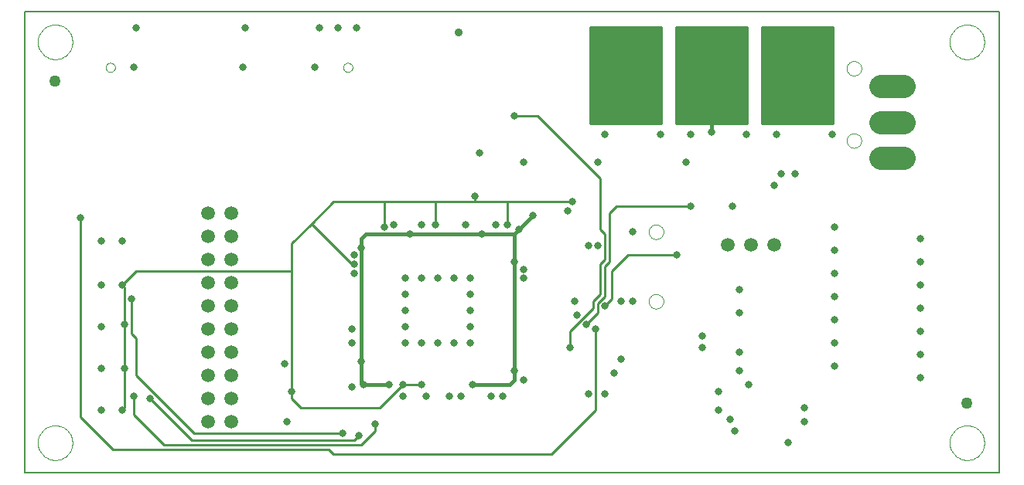
<source format=gbl>
G75*
%MOIN*%
%OFA0B0*%
%FSLAX24Y24*%
%IPPOS*%
%LPD*%
%AMOC8*
5,1,8,0,0,1.08239X$1,22.5*
%
%ADD10C,0.0000*%
%ADD11C,0.0050*%
%ADD12C,0.0591*%
%ADD13C,0.0500*%
%ADD14C,0.1005*%
%ADD15C,0.0317*%
%ADD16C,0.0356*%
%ADD17C,0.0100*%
%ADD18C,0.0160*%
D10*
X000702Y003000D02*
X000704Y003055D01*
X000710Y003109D01*
X000720Y003163D01*
X000734Y003215D01*
X000751Y003267D01*
X000773Y003317D01*
X000798Y003366D01*
X000826Y003413D01*
X000858Y003457D01*
X000893Y003499D01*
X000931Y003538D01*
X000972Y003575D01*
X001015Y003608D01*
X001060Y003638D01*
X001108Y003665D01*
X001157Y003688D01*
X001208Y003708D01*
X001261Y003724D01*
X001314Y003736D01*
X001368Y003744D01*
X001423Y003748D01*
X001477Y003748D01*
X001532Y003744D01*
X001586Y003736D01*
X001639Y003724D01*
X001692Y003708D01*
X001743Y003688D01*
X001792Y003665D01*
X001840Y003638D01*
X001885Y003608D01*
X001928Y003575D01*
X001969Y003538D01*
X002007Y003499D01*
X002042Y003457D01*
X002074Y003413D01*
X002102Y003366D01*
X002127Y003317D01*
X002149Y003267D01*
X002166Y003215D01*
X002180Y003163D01*
X002190Y003109D01*
X002196Y003055D01*
X002198Y003000D01*
X002196Y002945D01*
X002190Y002891D01*
X002180Y002837D01*
X002166Y002785D01*
X002149Y002733D01*
X002127Y002683D01*
X002102Y002634D01*
X002074Y002587D01*
X002042Y002543D01*
X002007Y002501D01*
X001969Y002462D01*
X001928Y002425D01*
X001885Y002392D01*
X001840Y002362D01*
X001792Y002335D01*
X001743Y002312D01*
X001692Y002292D01*
X001639Y002276D01*
X001586Y002264D01*
X001532Y002256D01*
X001477Y002252D01*
X001423Y002252D01*
X001368Y002256D01*
X001314Y002264D01*
X001261Y002276D01*
X001208Y002292D01*
X001157Y002312D01*
X001108Y002335D01*
X001060Y002362D01*
X001015Y002392D01*
X000972Y002425D01*
X000931Y002462D01*
X000893Y002501D01*
X000858Y002543D01*
X000826Y002587D01*
X000798Y002634D01*
X000773Y002683D01*
X000751Y002733D01*
X000734Y002785D01*
X000720Y002837D01*
X000710Y002891D01*
X000704Y002945D01*
X000702Y003000D01*
X027035Y009100D02*
X027037Y009135D01*
X027043Y009170D01*
X027053Y009204D01*
X027066Y009237D01*
X027083Y009268D01*
X027104Y009296D01*
X027127Y009323D01*
X027154Y009346D01*
X027182Y009367D01*
X027213Y009384D01*
X027246Y009397D01*
X027280Y009407D01*
X027315Y009413D01*
X027350Y009415D01*
X027385Y009413D01*
X027420Y009407D01*
X027454Y009397D01*
X027487Y009384D01*
X027518Y009367D01*
X027546Y009346D01*
X027573Y009323D01*
X027596Y009296D01*
X027617Y009268D01*
X027634Y009237D01*
X027647Y009204D01*
X027657Y009170D01*
X027663Y009135D01*
X027665Y009100D01*
X027663Y009065D01*
X027657Y009030D01*
X027647Y008996D01*
X027634Y008963D01*
X027617Y008932D01*
X027596Y008904D01*
X027573Y008877D01*
X027546Y008854D01*
X027518Y008833D01*
X027487Y008816D01*
X027454Y008803D01*
X027420Y008793D01*
X027385Y008787D01*
X027350Y008785D01*
X027315Y008787D01*
X027280Y008793D01*
X027246Y008803D01*
X027213Y008816D01*
X027182Y008833D01*
X027154Y008854D01*
X027127Y008877D01*
X027104Y008904D01*
X027083Y008932D01*
X027066Y008963D01*
X027053Y008996D01*
X027043Y009030D01*
X027037Y009065D01*
X027035Y009100D01*
X027035Y012100D02*
X027037Y012135D01*
X027043Y012170D01*
X027053Y012204D01*
X027066Y012237D01*
X027083Y012268D01*
X027104Y012296D01*
X027127Y012323D01*
X027154Y012346D01*
X027182Y012367D01*
X027213Y012384D01*
X027246Y012397D01*
X027280Y012407D01*
X027315Y012413D01*
X027350Y012415D01*
X027385Y012413D01*
X027420Y012407D01*
X027454Y012397D01*
X027487Y012384D01*
X027518Y012367D01*
X027546Y012346D01*
X027573Y012323D01*
X027596Y012296D01*
X027617Y012268D01*
X027634Y012237D01*
X027647Y012204D01*
X027657Y012170D01*
X027663Y012135D01*
X027665Y012100D01*
X027663Y012065D01*
X027657Y012030D01*
X027647Y011996D01*
X027634Y011963D01*
X027617Y011932D01*
X027596Y011904D01*
X027573Y011877D01*
X027546Y011854D01*
X027518Y011833D01*
X027487Y011816D01*
X027454Y011803D01*
X027420Y011793D01*
X027385Y011787D01*
X027350Y011785D01*
X027315Y011787D01*
X027280Y011793D01*
X027246Y011803D01*
X027213Y011816D01*
X027182Y011833D01*
X027154Y011854D01*
X027127Y011877D01*
X027104Y011904D01*
X027083Y011932D01*
X027066Y011963D01*
X027053Y011996D01*
X027043Y012030D01*
X027037Y012065D01*
X027035Y012100D01*
X035566Y016041D02*
X035568Y016076D01*
X035574Y016111D01*
X035584Y016145D01*
X035597Y016178D01*
X035614Y016209D01*
X035635Y016237D01*
X035658Y016264D01*
X035685Y016287D01*
X035713Y016308D01*
X035744Y016325D01*
X035777Y016338D01*
X035811Y016348D01*
X035846Y016354D01*
X035881Y016356D01*
X035916Y016354D01*
X035951Y016348D01*
X035985Y016338D01*
X036018Y016325D01*
X036049Y016308D01*
X036077Y016287D01*
X036104Y016264D01*
X036127Y016237D01*
X036148Y016209D01*
X036165Y016178D01*
X036178Y016145D01*
X036188Y016111D01*
X036194Y016076D01*
X036196Y016041D01*
X036194Y016006D01*
X036188Y015971D01*
X036178Y015937D01*
X036165Y015904D01*
X036148Y015873D01*
X036127Y015845D01*
X036104Y015818D01*
X036077Y015795D01*
X036049Y015774D01*
X036018Y015757D01*
X035985Y015744D01*
X035951Y015734D01*
X035916Y015728D01*
X035881Y015726D01*
X035846Y015728D01*
X035811Y015734D01*
X035777Y015744D01*
X035744Y015757D01*
X035713Y015774D01*
X035685Y015795D01*
X035658Y015818D01*
X035635Y015845D01*
X035614Y015873D01*
X035597Y015904D01*
X035584Y015937D01*
X035574Y015971D01*
X035568Y016006D01*
X035566Y016041D01*
X035566Y019159D02*
X035568Y019194D01*
X035574Y019229D01*
X035584Y019263D01*
X035597Y019296D01*
X035614Y019327D01*
X035635Y019355D01*
X035658Y019382D01*
X035685Y019405D01*
X035713Y019426D01*
X035744Y019443D01*
X035777Y019456D01*
X035811Y019466D01*
X035846Y019472D01*
X035881Y019474D01*
X035916Y019472D01*
X035951Y019466D01*
X035985Y019456D01*
X036018Y019443D01*
X036049Y019426D01*
X036077Y019405D01*
X036104Y019382D01*
X036127Y019355D01*
X036148Y019327D01*
X036165Y019296D01*
X036178Y019263D01*
X036188Y019229D01*
X036194Y019194D01*
X036196Y019159D01*
X036194Y019124D01*
X036188Y019089D01*
X036178Y019055D01*
X036165Y019022D01*
X036148Y018991D01*
X036127Y018963D01*
X036104Y018936D01*
X036077Y018913D01*
X036049Y018892D01*
X036018Y018875D01*
X035985Y018862D01*
X035951Y018852D01*
X035916Y018846D01*
X035881Y018844D01*
X035846Y018846D01*
X035811Y018852D01*
X035777Y018862D01*
X035744Y018875D01*
X035713Y018892D01*
X035685Y018913D01*
X035658Y018936D01*
X035635Y018963D01*
X035614Y018991D01*
X035597Y019022D01*
X035584Y019055D01*
X035574Y019089D01*
X035568Y019124D01*
X035566Y019159D01*
X040002Y020300D02*
X040004Y020355D01*
X040010Y020409D01*
X040020Y020463D01*
X040034Y020515D01*
X040051Y020567D01*
X040073Y020617D01*
X040098Y020666D01*
X040126Y020713D01*
X040158Y020757D01*
X040193Y020799D01*
X040231Y020838D01*
X040272Y020875D01*
X040315Y020908D01*
X040360Y020938D01*
X040408Y020965D01*
X040457Y020988D01*
X040508Y021008D01*
X040561Y021024D01*
X040614Y021036D01*
X040668Y021044D01*
X040723Y021048D01*
X040777Y021048D01*
X040832Y021044D01*
X040886Y021036D01*
X040939Y021024D01*
X040992Y021008D01*
X041043Y020988D01*
X041092Y020965D01*
X041140Y020938D01*
X041185Y020908D01*
X041228Y020875D01*
X041269Y020838D01*
X041307Y020799D01*
X041342Y020757D01*
X041374Y020713D01*
X041402Y020666D01*
X041427Y020617D01*
X041449Y020567D01*
X041466Y020515D01*
X041480Y020463D01*
X041490Y020409D01*
X041496Y020355D01*
X041498Y020300D01*
X041496Y020245D01*
X041490Y020191D01*
X041480Y020137D01*
X041466Y020085D01*
X041449Y020033D01*
X041427Y019983D01*
X041402Y019934D01*
X041374Y019887D01*
X041342Y019843D01*
X041307Y019801D01*
X041269Y019762D01*
X041228Y019725D01*
X041185Y019692D01*
X041140Y019662D01*
X041092Y019635D01*
X041043Y019612D01*
X040992Y019592D01*
X040939Y019576D01*
X040886Y019564D01*
X040832Y019556D01*
X040777Y019552D01*
X040723Y019552D01*
X040668Y019556D01*
X040614Y019564D01*
X040561Y019576D01*
X040508Y019592D01*
X040457Y019612D01*
X040408Y019635D01*
X040360Y019662D01*
X040315Y019692D01*
X040272Y019725D01*
X040231Y019762D01*
X040193Y019801D01*
X040158Y019843D01*
X040126Y019887D01*
X040098Y019934D01*
X040073Y019983D01*
X040051Y020033D01*
X040034Y020085D01*
X040020Y020137D01*
X040010Y020191D01*
X040004Y020245D01*
X040002Y020300D01*
X013871Y019200D02*
X013873Y019227D01*
X013879Y019254D01*
X013888Y019280D01*
X013901Y019304D01*
X013917Y019327D01*
X013936Y019346D01*
X013958Y019363D01*
X013982Y019377D01*
X014007Y019387D01*
X014034Y019394D01*
X014061Y019397D01*
X014089Y019396D01*
X014116Y019391D01*
X014142Y019383D01*
X014166Y019371D01*
X014189Y019355D01*
X014210Y019337D01*
X014227Y019316D01*
X014242Y019292D01*
X014253Y019267D01*
X014261Y019241D01*
X014265Y019214D01*
X014265Y019186D01*
X014261Y019159D01*
X014253Y019133D01*
X014242Y019108D01*
X014227Y019084D01*
X014210Y019063D01*
X014189Y019045D01*
X014167Y019029D01*
X014142Y019017D01*
X014116Y019009D01*
X014089Y019004D01*
X014061Y019003D01*
X014034Y019006D01*
X014007Y019013D01*
X013982Y019023D01*
X013958Y019037D01*
X013936Y019054D01*
X013917Y019073D01*
X013901Y019096D01*
X013888Y019120D01*
X013879Y019146D01*
X013873Y019173D01*
X013871Y019200D01*
X003635Y019200D02*
X003637Y019227D01*
X003643Y019254D01*
X003652Y019280D01*
X003665Y019304D01*
X003681Y019327D01*
X003700Y019346D01*
X003722Y019363D01*
X003746Y019377D01*
X003771Y019387D01*
X003798Y019394D01*
X003825Y019397D01*
X003853Y019396D01*
X003880Y019391D01*
X003906Y019383D01*
X003930Y019371D01*
X003953Y019355D01*
X003974Y019337D01*
X003991Y019316D01*
X004006Y019292D01*
X004017Y019267D01*
X004025Y019241D01*
X004029Y019214D01*
X004029Y019186D01*
X004025Y019159D01*
X004017Y019133D01*
X004006Y019108D01*
X003991Y019084D01*
X003974Y019063D01*
X003953Y019045D01*
X003931Y019029D01*
X003906Y019017D01*
X003880Y019009D01*
X003853Y019004D01*
X003825Y019003D01*
X003798Y019006D01*
X003771Y019013D01*
X003746Y019023D01*
X003722Y019037D01*
X003700Y019054D01*
X003681Y019073D01*
X003665Y019096D01*
X003652Y019120D01*
X003643Y019146D01*
X003637Y019173D01*
X003635Y019200D01*
X000702Y020300D02*
X000704Y020355D01*
X000710Y020409D01*
X000720Y020463D01*
X000734Y020515D01*
X000751Y020567D01*
X000773Y020617D01*
X000798Y020666D01*
X000826Y020713D01*
X000858Y020757D01*
X000893Y020799D01*
X000931Y020838D01*
X000972Y020875D01*
X001015Y020908D01*
X001060Y020938D01*
X001108Y020965D01*
X001157Y020988D01*
X001208Y021008D01*
X001261Y021024D01*
X001314Y021036D01*
X001368Y021044D01*
X001423Y021048D01*
X001477Y021048D01*
X001532Y021044D01*
X001586Y021036D01*
X001639Y021024D01*
X001692Y021008D01*
X001743Y020988D01*
X001792Y020965D01*
X001840Y020938D01*
X001885Y020908D01*
X001928Y020875D01*
X001969Y020838D01*
X002007Y020799D01*
X002042Y020757D01*
X002074Y020713D01*
X002102Y020666D01*
X002127Y020617D01*
X002149Y020567D01*
X002166Y020515D01*
X002180Y020463D01*
X002190Y020409D01*
X002196Y020355D01*
X002198Y020300D01*
X002196Y020245D01*
X002190Y020191D01*
X002180Y020137D01*
X002166Y020085D01*
X002149Y020033D01*
X002127Y019983D01*
X002102Y019934D01*
X002074Y019887D01*
X002042Y019843D01*
X002007Y019801D01*
X001969Y019762D01*
X001928Y019725D01*
X001885Y019692D01*
X001840Y019662D01*
X001792Y019635D01*
X001743Y019612D01*
X001692Y019592D01*
X001639Y019576D01*
X001586Y019564D01*
X001532Y019556D01*
X001477Y019552D01*
X001423Y019552D01*
X001368Y019556D01*
X001314Y019564D01*
X001261Y019576D01*
X001208Y019592D01*
X001157Y019612D01*
X001108Y019635D01*
X001060Y019662D01*
X001015Y019692D01*
X000972Y019725D01*
X000931Y019762D01*
X000893Y019801D01*
X000858Y019843D01*
X000826Y019887D01*
X000798Y019934D01*
X000773Y019983D01*
X000751Y020033D01*
X000734Y020085D01*
X000720Y020137D01*
X000710Y020191D01*
X000704Y020245D01*
X000702Y020300D01*
X040002Y003000D02*
X040004Y003055D01*
X040010Y003109D01*
X040020Y003163D01*
X040034Y003215D01*
X040051Y003267D01*
X040073Y003317D01*
X040098Y003366D01*
X040126Y003413D01*
X040158Y003457D01*
X040193Y003499D01*
X040231Y003538D01*
X040272Y003575D01*
X040315Y003608D01*
X040360Y003638D01*
X040408Y003665D01*
X040457Y003688D01*
X040508Y003708D01*
X040561Y003724D01*
X040614Y003736D01*
X040668Y003744D01*
X040723Y003748D01*
X040777Y003748D01*
X040832Y003744D01*
X040886Y003736D01*
X040939Y003724D01*
X040992Y003708D01*
X041043Y003688D01*
X041092Y003665D01*
X041140Y003638D01*
X041185Y003608D01*
X041228Y003575D01*
X041269Y003538D01*
X041307Y003499D01*
X041342Y003457D01*
X041374Y003413D01*
X041402Y003366D01*
X041427Y003317D01*
X041449Y003267D01*
X041466Y003215D01*
X041480Y003163D01*
X041490Y003109D01*
X041496Y003055D01*
X041498Y003000D01*
X041496Y002945D01*
X041490Y002891D01*
X041480Y002837D01*
X041466Y002785D01*
X041449Y002733D01*
X041427Y002683D01*
X041402Y002634D01*
X041374Y002587D01*
X041342Y002543D01*
X041307Y002501D01*
X041269Y002462D01*
X041228Y002425D01*
X041185Y002392D01*
X041140Y002362D01*
X041092Y002335D01*
X041043Y002312D01*
X040992Y002292D01*
X040939Y002276D01*
X040886Y002264D01*
X040832Y002256D01*
X040777Y002252D01*
X040723Y002252D01*
X040668Y002256D01*
X040614Y002264D01*
X040561Y002276D01*
X040508Y002292D01*
X040457Y002312D01*
X040408Y002335D01*
X040360Y002362D01*
X040315Y002392D01*
X040272Y002425D01*
X040231Y002462D01*
X040193Y002501D01*
X040158Y002543D01*
X040126Y002587D01*
X040098Y002634D01*
X040073Y002683D01*
X040051Y002733D01*
X040034Y002785D01*
X040020Y002837D01*
X040010Y002891D01*
X040004Y002945D01*
X040002Y003000D01*
D11*
X042150Y001700D02*
X000150Y001700D01*
X000150Y021600D01*
X042150Y021600D01*
X042150Y001700D01*
D12*
X032450Y011550D03*
X031450Y011550D03*
X030450Y011550D03*
X009050Y011900D03*
X008050Y011900D03*
X008050Y010900D03*
X009050Y010900D03*
X009050Y009900D03*
X008050Y009900D03*
X008050Y008900D03*
X009050Y008900D03*
X009050Y007900D03*
X008050Y007900D03*
X008050Y006900D03*
X009050Y006900D03*
X009050Y005900D03*
X008050Y005900D03*
X008050Y004900D03*
X009050Y004900D03*
X009050Y003900D03*
X008050Y003900D03*
X008050Y012900D03*
X009050Y012900D03*
D13*
X001450Y018600D03*
X040750Y004700D03*
D14*
X038053Y015261D02*
X037048Y015261D01*
X037048Y016820D02*
X038053Y016820D01*
X038053Y018380D02*
X037048Y018380D01*
D15*
X034650Y018600D03*
X034250Y018600D03*
X033850Y018600D03*
X033450Y018600D03*
X033050Y018600D03*
X032650Y018600D03*
X032250Y018600D03*
X032250Y019000D03*
X032250Y019400D03*
X032250Y019800D03*
X032250Y020300D03*
X032650Y020300D03*
X033050Y020300D03*
X033450Y020300D03*
X033850Y020300D03*
X034250Y020300D03*
X034650Y020300D03*
X034650Y019800D03*
X034650Y019400D03*
X034650Y019000D03*
X030950Y019000D03*
X030950Y018600D03*
X030550Y018600D03*
X030150Y018600D03*
X029750Y018600D03*
X029350Y018600D03*
X028950Y018600D03*
X028550Y018600D03*
X028550Y019000D03*
X028550Y019400D03*
X028550Y019800D03*
X028550Y020300D03*
X028950Y020300D03*
X029350Y020300D03*
X029750Y020300D03*
X030150Y020300D03*
X030550Y020300D03*
X030950Y020300D03*
X030950Y019800D03*
X030950Y019400D03*
X027250Y019400D03*
X027250Y019000D03*
X027250Y018600D03*
X026850Y018600D03*
X026450Y018600D03*
X026050Y018600D03*
X025650Y018600D03*
X025250Y018600D03*
X024850Y018600D03*
X024850Y019000D03*
X024850Y019400D03*
X024850Y019800D03*
X024850Y020300D03*
X025250Y020300D03*
X025650Y020300D03*
X026050Y020300D03*
X026450Y020300D03*
X026850Y020300D03*
X027250Y020300D03*
X027250Y019800D03*
X021250Y017100D03*
X019750Y015500D03*
X021650Y015100D03*
X019550Y013650D03*
X019150Y012400D03*
X019850Y012000D03*
X020450Y012400D03*
X020950Y012400D03*
X021450Y012200D03*
X022050Y012800D03*
X023550Y013000D03*
X023750Y013400D03*
X026350Y012100D03*
X024850Y011500D03*
X024450Y011500D03*
X021650Y010490D03*
X021250Y010800D03*
X021650Y010100D03*
X023850Y009100D03*
X023950Y008500D03*
X024350Y008100D03*
X024750Y007900D03*
X025150Y008900D03*
X025850Y009100D03*
X026350Y009100D03*
X029350Y007600D03*
X029350Y007100D03*
X030950Y006900D03*
X030950Y006100D03*
X031350Y005500D03*
X030050Y005200D03*
X030050Y004400D03*
X030550Y004000D03*
X030750Y003500D03*
X033050Y003000D03*
X033750Y003900D03*
X033750Y004500D03*
X035050Y006300D03*
X035050Y007300D03*
X035050Y008300D03*
X035050Y009300D03*
X035050Y010300D03*
X035050Y011300D03*
X035050Y012300D03*
X032450Y014100D03*
X032750Y014600D03*
X033350Y014600D03*
X032550Y016300D03*
X031250Y016300D03*
X029750Y016400D03*
X028850Y016300D03*
X027550Y016300D03*
X028650Y015100D03*
X025150Y016300D03*
X024850Y015100D03*
X028850Y013200D03*
X030650Y013200D03*
X028250Y011100D03*
X030950Y009600D03*
X030950Y008600D03*
X025850Y006600D03*
X025550Y006000D03*
X025150Y005100D03*
X024450Y005100D03*
X021650Y005700D03*
X021250Y006100D03*
X019450Y005500D03*
X018950Y005000D03*
X018450Y005000D03*
X017450Y005000D03*
X017250Y005500D03*
X016450Y005500D03*
X015850Y005500D03*
X016450Y005000D03*
X014750Y005500D03*
X014250Y005400D03*
X014650Y006500D03*
X014250Y007300D03*
X014250Y007900D03*
X016550Y008000D03*
X016550Y007300D03*
X017250Y007300D03*
X017950Y007300D03*
X018650Y007300D03*
X019350Y007300D03*
X019350Y008000D03*
X019350Y008700D03*
X019350Y009400D03*
X019350Y010100D03*
X018650Y010100D03*
X017950Y010100D03*
X017250Y010100D03*
X016550Y010100D03*
X016550Y009400D03*
X016550Y008700D03*
X014350Y010300D03*
X014350Y010700D03*
X014350Y011100D03*
X014650Y011400D03*
X015650Y012300D03*
X016050Y012400D03*
X016750Y012000D03*
X017250Y012400D03*
X017850Y012400D03*
X023650Y007100D03*
X020750Y005000D03*
X020250Y005000D03*
X015250Y003800D03*
X014550Y003300D03*
X013850Y003400D03*
X011450Y003900D03*
X011650Y005200D03*
X011350Y006400D03*
X005550Y004900D03*
X004850Y005000D03*
X004350Y004400D03*
X003450Y004400D03*
X003450Y006200D03*
X004450Y006200D03*
X003450Y008000D03*
X004450Y008100D03*
X004750Y009200D03*
X004350Y009800D03*
X003450Y009800D03*
X003450Y011700D03*
X004350Y011700D03*
X002550Y012700D03*
X004850Y019200D03*
X004950Y020900D03*
X009650Y020900D03*
X009550Y019200D03*
X012650Y019200D03*
X012850Y020900D03*
X013650Y020900D03*
X014450Y020900D03*
X034950Y016300D03*
X038750Y011800D03*
X038750Y010800D03*
X038750Y009800D03*
X038750Y008800D03*
X038750Y007800D03*
X038750Y006800D03*
X038750Y005800D03*
D16*
X018850Y020700D03*
D17*
X021250Y017100D02*
X022250Y017100D01*
X024950Y014400D01*
X024950Y012200D01*
X025150Y012000D01*
X025150Y010900D01*
X024950Y010700D01*
X024950Y009400D01*
X024650Y009100D01*
X024650Y008800D01*
X023650Y007800D01*
X023650Y007100D01*
X024750Y007900D02*
X024750Y004400D01*
X022850Y002500D01*
X013450Y002500D01*
X013250Y002700D01*
X003950Y002700D01*
X002550Y004100D01*
X002550Y012700D01*
X004950Y010400D02*
X011650Y010400D01*
X011650Y005200D01*
X011650Y004900D01*
X012050Y004500D01*
X015450Y004500D01*
X016450Y005500D01*
X017250Y005500D01*
X015250Y003800D02*
X015250Y003500D01*
X014650Y002900D01*
X006150Y002900D01*
X004850Y004200D01*
X004850Y005000D01*
X004450Y004500D02*
X004450Y006200D01*
X004450Y008100D01*
X004450Y009700D01*
X004350Y009800D01*
X004950Y010400D01*
X004750Y009200D02*
X004750Y007700D01*
X004950Y007500D01*
X004950Y005900D01*
X007450Y003400D01*
X013850Y003400D01*
X014350Y003100D02*
X014550Y003300D01*
X014350Y003100D02*
X007350Y003100D01*
X005550Y004900D01*
X004450Y004500D02*
X004350Y004400D01*
X011650Y010400D02*
X011650Y011600D01*
X012500Y012450D01*
X014250Y010700D01*
X014350Y010700D01*
X015650Y012300D02*
X015650Y013400D01*
X013450Y013400D01*
X012500Y012450D01*
X015650Y013400D02*
X017850Y013400D01*
X017850Y012400D01*
X017850Y013400D02*
X019550Y013400D01*
X019550Y013650D01*
X019550Y013400D02*
X020950Y013400D01*
X020950Y012400D01*
X020950Y013400D02*
X023750Y013400D01*
X025350Y012900D02*
X025650Y013200D01*
X028850Y013200D01*
X028250Y011100D02*
X026150Y011100D01*
X025450Y010400D01*
X025450Y009200D01*
X025150Y008900D01*
X024850Y009000D02*
X024850Y008600D01*
X024350Y008100D01*
X024850Y009000D02*
X025150Y009300D01*
X025150Y010600D01*
X025350Y010800D01*
X025350Y012900D01*
D18*
X022050Y012800D02*
X021450Y012200D01*
X021250Y012000D01*
X021250Y010800D01*
X021250Y006100D01*
X021250Y005700D01*
X021050Y005500D01*
X019450Y005500D01*
X015850Y005500D02*
X014750Y005500D01*
X014650Y005600D01*
X014650Y006500D01*
X014650Y011400D01*
X014650Y011800D01*
X014850Y012000D01*
X016750Y012000D01*
X019850Y012000D01*
X021250Y012000D01*
X029750Y016400D02*
X029750Y018600D01*
X028250Y018660D02*
X031250Y018660D01*
X031250Y018818D02*
X028250Y018818D01*
X028250Y018977D02*
X031250Y018977D01*
X031250Y019135D02*
X028250Y019135D01*
X028250Y019294D02*
X031250Y019294D01*
X031250Y019452D02*
X028250Y019452D01*
X028250Y019611D02*
X031250Y019611D01*
X031250Y019769D02*
X028250Y019769D01*
X028250Y019928D02*
X031250Y019928D01*
X031250Y020086D02*
X028250Y020086D01*
X028250Y020245D02*
X031250Y020245D01*
X031250Y020403D02*
X028250Y020403D01*
X028250Y020562D02*
X031250Y020562D01*
X031250Y020720D02*
X028250Y020720D01*
X028250Y020879D02*
X031250Y020879D01*
X031250Y020900D02*
X031250Y016800D01*
X028250Y016800D01*
X028250Y020900D01*
X031250Y020900D01*
X031950Y020900D02*
X034950Y020900D01*
X034950Y016800D01*
X031950Y016800D01*
X031950Y020900D01*
X031950Y020879D02*
X034950Y020879D01*
X034950Y020720D02*
X031950Y020720D01*
X031950Y020562D02*
X034950Y020562D01*
X034950Y020403D02*
X031950Y020403D01*
X031950Y020245D02*
X034950Y020245D01*
X034950Y020086D02*
X031950Y020086D01*
X031950Y019928D02*
X034950Y019928D01*
X034950Y019769D02*
X031950Y019769D01*
X031950Y019611D02*
X034950Y019611D01*
X034950Y019452D02*
X031950Y019452D01*
X031950Y019294D02*
X034950Y019294D01*
X034950Y019135D02*
X031950Y019135D01*
X031950Y018977D02*
X034950Y018977D01*
X034950Y018818D02*
X031950Y018818D01*
X031950Y018660D02*
X034950Y018660D01*
X034950Y018501D02*
X031950Y018501D01*
X031950Y018343D02*
X034950Y018343D01*
X034950Y018184D02*
X031950Y018184D01*
X031950Y018026D02*
X034950Y018026D01*
X034950Y017867D02*
X031950Y017867D01*
X031950Y017709D02*
X034950Y017709D01*
X034950Y017550D02*
X031950Y017550D01*
X031950Y017392D02*
X034950Y017392D01*
X034950Y017233D02*
X031950Y017233D01*
X031950Y017075D02*
X034950Y017075D01*
X034950Y016916D02*
X031950Y016916D01*
X031250Y016916D02*
X028250Y016916D01*
X028250Y017075D02*
X031250Y017075D01*
X031250Y017233D02*
X028250Y017233D01*
X028250Y017392D02*
X031250Y017392D01*
X031250Y017550D02*
X028250Y017550D01*
X028250Y017709D02*
X031250Y017709D01*
X031250Y017867D02*
X028250Y017867D01*
X028250Y018026D02*
X031250Y018026D01*
X031250Y018184D02*
X028250Y018184D01*
X028250Y018343D02*
X031250Y018343D01*
X031250Y018501D02*
X028250Y018501D01*
X027550Y018501D02*
X024550Y018501D01*
X024550Y018343D02*
X027550Y018343D01*
X027550Y018184D02*
X024550Y018184D01*
X024550Y018026D02*
X027550Y018026D01*
X027550Y017867D02*
X024550Y017867D01*
X024550Y017709D02*
X027550Y017709D01*
X027550Y017550D02*
X024550Y017550D01*
X024550Y017392D02*
X027550Y017392D01*
X027550Y017233D02*
X024550Y017233D01*
X024550Y017075D02*
X027550Y017075D01*
X027550Y016916D02*
X024550Y016916D01*
X024550Y016800D02*
X027550Y016800D01*
X027550Y020900D01*
X024550Y020900D01*
X024550Y016800D01*
X024550Y018660D02*
X027550Y018660D01*
X027550Y018818D02*
X024550Y018818D01*
X024550Y018977D02*
X027550Y018977D01*
X027550Y019135D02*
X024550Y019135D01*
X024550Y019294D02*
X027550Y019294D01*
X027550Y019452D02*
X024550Y019452D01*
X024550Y019611D02*
X027550Y019611D01*
X027550Y019769D02*
X024550Y019769D01*
X024550Y019928D02*
X027550Y019928D01*
X027550Y020086D02*
X024550Y020086D01*
X024550Y020245D02*
X027550Y020245D01*
X027550Y020403D02*
X024550Y020403D01*
X024550Y020562D02*
X027550Y020562D01*
X027550Y020720D02*
X024550Y020720D01*
X024550Y020879D02*
X027550Y020879D01*
M02*

</source>
